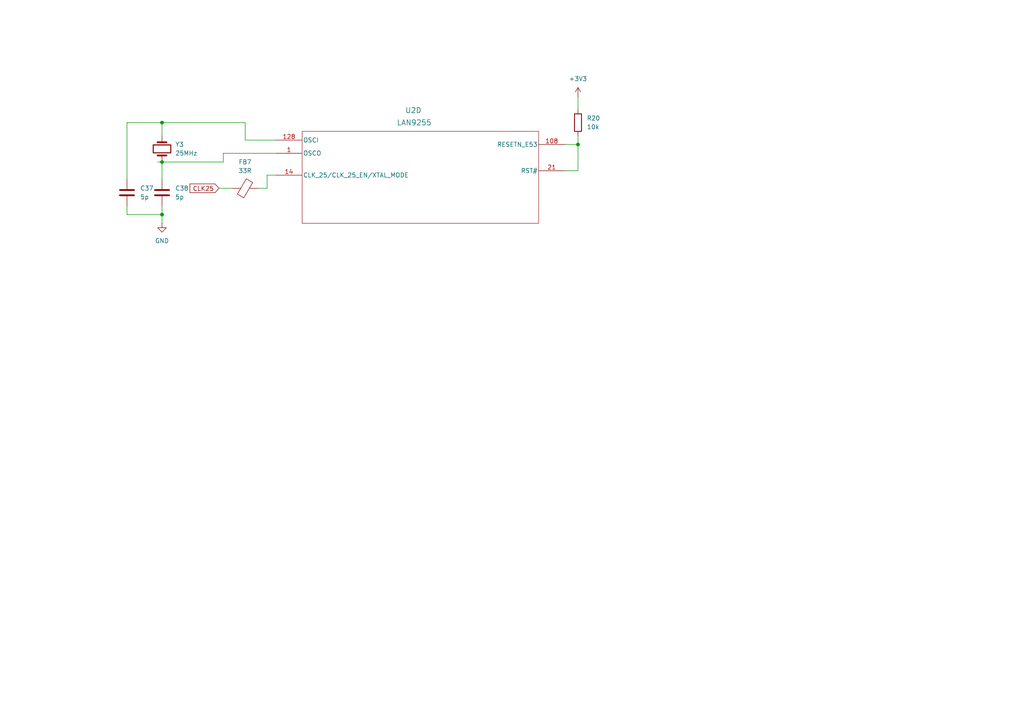
<source format=kicad_sch>
(kicad_sch (version 20231120) (generator "eeschema") (generator_version "8.0")
  (paper "A4")
  (lib_symbols
    (symbol "Device:C" (pin_numbers hide) (pin_names (offset 0.254))
      (property "Reference" "C" (at 0.635 2.54 0))
      (property "Value" "C" (at 0.635 -2.54 0))
      (symbol "C_0_1"
        (polyline (pts (xy -2.032 -0.762) (xy 2.032 -0.762)) (stroke (width 0.508)))
        (polyline (pts (xy -2.032 0.762) (xy 2.032 0.762)) (stroke (width 0.508)))
      )
      (symbol "C_1_1"
        (pin passive line (at 0 3.81 270) (length 2.794) (name "~") (number "1"))
        (pin passive line (at 0 -3.81 90) (length 2.794) (name "~") (number "2"))
      )
    )
    (symbol "Device:Crystal" (pin_numbers hide) (pin_names (offset 1.016) hide)
      (property "Reference" "Y" (at 0 3.81 0))
      (property "Value" "Crystal" (at 0 -3.81 0))
      (symbol "Crystal_0_1"
        (rectangle (start -1.143 2.54) (end 1.143 -2.54) (stroke (width 0.3048)))
        (polyline (pts (xy -2.54 0) (xy -1.905 0)))
        (polyline (pts (xy -1.905 -1.27) (xy -1.905 1.27)) (stroke (width 0.508)))
        (polyline (pts (xy 1.905 -1.27) (xy 1.905 1.27)) (stroke (width 0.508)))
        (polyline (pts (xy 2.54 0) (xy 1.905 0)))
      )
      (symbol "Crystal_1_1"
        (pin passive line (at -3.81 0 0) (length 1.27) (name "1") (number "1"))
        (pin passive line (at 3.81 0 180) (length 1.27) (name "2") (number "2"))
      )
    )
    (symbol "Device:FerriteBead" (pin_numbers hide) (pin_names (offset 0))
      (property "Reference" "FB" (at -3.81 0.635 90))
      (property "Value" "FerriteBead" (at 3.81 0 90))
      (symbol "FerriteBead_0_1"
        (polyline (pts (xy 0 -1.27) (xy 0 -1.2192)))
        (polyline (pts (xy 0 1.27) (xy 0 1.2954)))
        (polyline (pts (xy -2.7686 0.4064) (xy -1.7018 2.2606) (xy 2.7686 -0.3048) (xy 1.6764 -2.159) (xy -2.7686 0.4064)))
      )
      (symbol "FerriteBead_1_1"
        (pin passive line (at 0 3.81 270) (length 2.54) (name "~") (number "1"))
        (pin passive line (at 0 -3.81 90) (length 2.54) (name "~") (number "2"))
      )
    )
    (symbol "Device:R" (pin_numbers hide) (pin_names (offset 0))
      (property "Reference" "R" (at 2.032 0 90))
      (property "Value" "R" (at 0 0 90))
      (symbol "R_0_1"
        (rectangle (start -1.016 -2.54) (end 1.016 2.54) (stroke (width 0.254)))
      )
      (symbol "R_1_1"
        (pin passive line (at 0 3.81 270) (length 1.27) (name "~") (number "1"))
        (pin passive line (at 0 -3.81 90) (length 1.27) (name "~") (number "2"))
      )
    )
    (symbol "LAN9255_3" (pin_names (offset 0.254))
      (property "Reference" "U7" (at 48.006 -1.778 0))
      (property "Value" "LAN9255" (at 48.26 -5.334 0))
      (symbol "LAN9255_3_1_1"
        (rectangle (start 93.98 6.35) (end 160.02 -16.51))
        (pin bidirectional line (at 167.64 -10.16 180) (length 7.62) (name "WAIT_ACK/PME/LATCH0/EE_EMUL_SPI3") (number "18"))
        (pin bidirectional line (at 167.64 -2.54 180) (length 7.62) (name "D2/AD2/SOF/SIO2/EE_EMUL_SPI0") (number "24"))
        (pin bidirectional line (at 167.64 0 180) (length 7.62) (name "D1/AD1/EOF/SO/SIO1") (number "26"))
        (pin bidirectional line (at 167.64 2.54 180) (length 7.62) (name "D0/AD0/WD_STATE/SI/SIO0") (number "38"))
        (pin bidirectional line (at 167.64 -7.62 180) (length 7.62) (name "A1/ALELO/OE_EXT/MII_CLK25/EE_EMUL_SPI2") (number "53"))
        (pin bidirectional line (at 167.64 -5.08 180) (length 7.62) (name "D3/AD3/WE_TRIG/SIO3/EE_EMUL_SPI1") (number "71"))
      )
      (symbol "LAN9255_3_2_1"
        (rectangle (start 5.08 -7.62) (end 62.23 -25.4))
        (pin bidirectional line (at 69.85 -12.7 180) (length 7.62) (name "D5/AD5/OUTVALID/SCS#") (number "101"))
        (pin bidirectional line (at 69.85 -15.24 180) (length 7.62) (name "RBIAS") (number "111"))
        (pin bidirectional line (at -2.54 -12.7 0) (length 7.62) (name "SYNC1/LATCH1/PME") (number "39"))
        (pin bidirectional line (at -2.54 -15.24 0) (length 7.62) (name "D9/AD9/LATCH_IN/SCK") (number "41"))
        (pin unspecified line (at -2.54 -17.78 0) (length 7.62) (name "TESTMODE") (number "81"))
        (pin bidirectional line (at -2.54 -20.32 0) (length 7.62) (name "IRQ/LATCH1") (number "88"))
      )
      (symbol "LAN9255_3_3_1"
        (polyline (pts (xy 8.89 -97.79) (xy 63.5 -97.79)) (stroke (width 0.127)))
        (polyline (pts (xy 8.89 -6.35) (xy 8.89 -97.79)) (stroke (width 0.127)))
        (polyline (pts (xy 63.5 -6.35) (xy 8.89 -6.35)) (stroke (width 0.127)))
        (polyline (pts (xy 63.5 -6.35) (xy 63.5 -97.79)) (stroke (width 0.127)))
        (pin power_in line (at 1.27 -17.78 0) (length 7.62) (name "VDD33TXRX1") (number "102"))
        (pin power_in line (at 1.27 -85.09 0) (length 7.62) (name "VDDCORE") (number "109"))
        (pin power_in line (at 71.12 -45.72 180) (length 7.62) (name "VDD12TX1") (number "110"))
        (pin power_in line (at 1.27 -22.86 0) (length 7.62) (name "VDD33BIAS") (number "112"))
        (pin power_in line (at 71.12 -43.18 180) (length 7.62) (name "VDD12TX2") (number "113"))
        (pin power_in line (at 1.27 -82.55 0) (length 7.62) (name "VSW") (number "114"))
        (pin power_in line (at 1.27 -52.07 0) (length 7.62) (name "VDDIO_S") (number "117"))
        (pin power_in line (at 1.27 -38.1 0) (length 7.62) (name "VDDCR") (number "12"))
        (pin power_in line (at 1.27 -20.32 0) (length 7.62) (name "VDD33TXRX2") (number "124"))
        (pin unspecified line (at 1.27 -27.94 0) (length 7.62) (name "REG_EN") (number "13"))
        (pin power_out line (at 69.85 -83.82 180) (length 7.62) (name "GNDANA") (number "15"))
        (pin power_in line (at 69.85 -81.28 180) (length 7.62) (name "VDDANA") (number "16"))
        (pin power_in line (at 1.27 -73.66 0) (length 7.62) (name "VDDIO_J") (number "29"))
        (pin power_in line (at 1.27 -49.53 0) (length 7.62) (name "VDDIOB") (number "37"))
        (pin power_in line (at 71.12 -17.78 180) (length 7.62) hide (name "OSCVDD12") (number "4"))
        (pin power_in line (at 1.27 -63.5 0) (length 7.62) (name "VDDIO_J") (number "45"))
        (pin power_in line (at 1.27 -43.18 0) (length 7.62) (name "VDDCR") (number "52"))
        (pin power_out line (at 71.12 -15.24 180) (length 7.62) (name "OSCVSS") (number "6"))
        (pin power_in line (at 1.27 -66.04 0) (length 7.62) (name "VDDIO_J") (number "60"))
        (pin power_in line (at 1.27 -54.61 0) (length 7.62) (name "VDDIO_S") (number "65"))
        (pin power_in line (at 1.27 -15.24 0) (length 7.62) (name "VDD33") (number "7"))
        (pin power_in line (at 1.27 -68.58 0) (length 7.62) (name "VDDIO_J") (number "74"))
        (pin power_in line (at 1.27 -40.64 0) (length 7.62) (name "VDDCR") (number "76"))
        (pin power_in line (at 1.27 -71.12 0) (length 7.62) (name "VDDIO_J") (number "94"))
        (pin power_in line (at 1.27 -57.15 0) (length 7.62) (name "VDDIO_S") (number "97"))
        (pin power_out line (at 63.5 -66.04 180) (length 7.62) (name "VSS") (number "EPAD"))
      )
      (symbol "LAN9255_3_4_1"
        (polyline (pts (xy 7.62 -21.59) (xy 76.2 -21.59)) (stroke (width 0.127)))
        (polyline (pts (xy 7.62 5.08) (xy 7.62 -21.59)) (stroke (width 0.127)))
        (polyline (pts (xy 76.2 -21.59) (xy 76.2 5.08)) (stroke (width 0.127)))
        (polyline (pts (xy 76.2 5.08) (xy 7.62 5.08)) (stroke (width 0.127)))
        (pin output line (at 0 -1.27 0) (length 7.62) (name "OSCO") (number "1"))
        (pin unspecified line (at 83.82 1.27 180) (length 7.62) (name "RESETN_E53") (number "108"))
        (pin input line (at 0 2.54 0) (length 7.62) (name "OSCI") (number "128"))
        (pin bidirectional line (at 0 -7.62 0) (length 7.62) (name "CLK_25/CLK_25_EN/XTAL_MODE") (number "14"))
        (pin unspecified line (at 83.82 -6.35 180) (length 7.62) (name "RST#") (number "21"))
      )
      (symbol "LAN9255_3_5_1"
        (polyline (pts (xy 7.62 -17.78) (xy 29.21 -17.78)) (stroke (width 0.127)))
        (polyline (pts (xy 7.62 5.08) (xy 7.62 -17.78)) (stroke (width 0.127)))
        (polyline (pts (xy 29.21 -17.78) (xy 29.21 5.08)) (stroke (width 0.127)))
        (polyline (pts (xy 29.21 5.08) (xy 7.62 5.08)) (stroke (width 0.127)))
        (pin no_connect line (at 36.83 0 180) (length 7.62) (name "NC") (number "48"))
        (pin no_connect line (at 36.83 -7.62 180) (length 7.62) (name "NC") (number "75"))
        (pin no_connect line (at 36.83 -5.08 180) (length 7.62) (name "NC") (number "85"))
        (pin no_connect line (at 36.83 -2.54 180) (length 7.62) (name "NC") (number "86"))
      )
      (symbol "LAN9255_3_6_1"
        (rectangle (start 69.85 -5.08) (end 133.35 -78.74))
        (pin bidirectional line (at 140.97 -10.16 180) (length 7.62) (name "TXNA") (number "103"))
        (pin bidirectional line (at 140.97 -13.97 180) (length 7.62) (name "TXPA") (number "104"))
        (pin bidirectional line (at 140.97 -17.78 180) (length 7.62) (name "RXNA") (number "105"))
        (pin bidirectional line (at 140.97 -21.59 180) (length 7.62) (name "RXPA") (number "106"))
        (pin bidirectional line (at 140.97 -59.69 180) (length 7.62) (name "RXPB") (number "115"))
        (pin bidirectional line (at 140.97 -63.5 180) (length 7.62) (name "RXNB") (number "116"))
        (pin bidirectional line (at 140.97 -67.31 180) (length 7.62) (name "TXPB") (number "118"))
        (pin bidirectional line (at 140.97 -71.12 180) (length 7.62) (name "TXNB") (number "119"))
        (pin bidirectional line (at 62.23 -10.16 0) (length 7.62) (name "ERRLED/PME/100FD_B/LEDPOL4") (number "17"))
        (pin bidirectional line (at 62.23 -15.24 0) (length 7.62) (name "SYNC0/LATCH0/PME") (number "70"))
        (pin bidirectional line (at 62.23 -20.32 0) (length 7.62) (name "EESDA/TMS/EE_EMUL1") (number "82"))
        (pin bidirectional line (at 62.23 -25.4 0) (length 7.62) (name "EESCL/TCK/EE_EMUL2") (number "83"))
        (pin bidirectional line (at 62.23 -30.48 0) (length 7.62) (name "RUNLED/STATE_RUNLED/E2PSIZE/EE_EMUL0/LEDPOL3") (number "89"))
        (pin bidirectional line (at 62.23 -35.56 0) (length 7.62) (name "LINKACTLED1/TDI/CHIP_MODE1/LEDPOL1") (number "90"))
        (pin bidirectional line (at 62.23 -40.64 0) (length 7.62) (name "LINKACTLED0/TDO/CHIP_MODE0/LEDPOL0") (number "95"))
      )
      (symbol "LAN9255_3_7_1"
        (rectangle (start 64.77 7.62) (end 160.02 -60.96))
        (pin bidirectional line (at 167.64 -35.56 180) (length 7.62) (name "D4/AD4/DIGIO3/GPI3/GPO3/MII_LINK") (number "100"))
        (pin bidirectional line (at 167.64 -50.8 180) (length 7.62) (name "D14/AD14/DIGIO8/GPI8/GPO8/MII_TXD3/TX_SHIFT1") (number "31"))
        (pin bidirectional line (at 167.64 -48.26 180) (length 7.62) (name "D13/AD13/DIGIO7/GPI7/GPO7/MII_TXD2/TX_SHIFT0") (number "32"))
        (pin bidirectional line (at 167.64 -22.86 180) (length 7.62) (name "D12/AD12/DIGIO6/GPI6/GPO6/MII_TXD1/100FD_B") (number "49"))
        (pin bidirectional line (at 167.64 -20.32 180) (length 7.62) (name "D11/AD11/DIGIO5/GPI5/GPO5/MII_TXD0/100FD_A") (number "50"))
        (pin bidirectional line (at 167.64 -17.78 180) (length 7.62) (name "D10/AD10/DIGIO4/GPI4/GPO4/MII_TXEN") (number "51"))
        (pin bidirectional line (at 167.64 -10.16 180) (length 7.62) (name "A3/BE0/DIGIO11/GPI11/GPO11/MII_RXDV") (number "54"))
        (pin bidirectional line (at 167.64 -7.62 180) (length 7.62) (name "A4/BE1/DIGIO12/GPI12/GPO12/MII_RXD0") (number "55"))
        (pin bidirectional line (at 167.64 -5.08 180) (length 7.62) (name "CS/DIGIO13/GPI13/GPO13/MII_RXD1") (number "56"))
        (pin bidirectional line (at 167.64 -43.18 180) (length 7.62) (name "A2/ALEHI/DIGIO10/GPI10/GPO10/LINKACTLED2/EE_EMUL_ALELO_POL/MII_LINKPOL/LEDPOL2") (number "57"))
        (pin bidirectional line (at 167.64 0 180) (length 7.62) (name "WR/ENB/DIGIO14/GPI14/GPO14/MII_RXD2") (number "58"))
        (pin bidirectional line (at 167.64 2.54 180) (length 7.62) (name "RD/RD_WR/DIGIO15/GPI15/GPO15/MII_RXD3") (number "59"))
        (pin bidirectional line (at 167.64 -38.1 180) (length 7.62) (name "A0/D15/AD15/DIGIO9/GPI9/GPO9/MII_RXER") (number "66"))
        (pin bidirectional line (at 167.64 -27.94 180) (length 7.62) (name "D6/AD6/DIGIO0/GPI0/GPO0/MII_RXCLK") (number "72"))
        (pin bidirectional line (at 167.64 -30.48 180) (length 7.62) (name "D7/AD7/DIGIO1/GPI1/GPO1/MII_MDC") (number "78"))
        (pin bidirectional line (at 167.64 -33.02 180) (length 7.62) (name "D8/AD8/DIGIO2/GPI2/GPO2/MII_MDIO") (number "80"))
      )
      (symbol "LAN9255_3_8_1"
        (rectangle (start 118.11 6.35) (end 160.02 -78.74))
        (pin bidirectional line (at 167.64 -24.13 180) (length 7.62) (name "PA27") (number "107"))
        (pin bidirectional line (at 167.64 -29.21 180) (length 7.62) (name "PA30") (number "120"))
        (pin bidirectional line (at 167.64 -26.67 180) (length 7.62) (name "PA31") (number "121"))
        (pin bidirectional line (at 167.64 -60.96 180) (length 7.62) (name "PA04") (number "25"))
        (pin bidirectional line (at 167.64 -58.42 180) (length 7.62) (name "PA05") (number "27"))
        (pin bidirectional line (at 167.64 -55.88 180) (length 7.62) (name "PA06") (number "28"))
        (pin bidirectional line (at 167.64 -71.12 180) (length 7.62) (name "PA00") (number "3"))
        (pin bidirectional line (at 167.64 -53.34 180) (length 7.62) (name "PA07") (number "30"))
        (pin bidirectional line (at 167.64 -50.8 180) (length 7.62) (name "PA08") (number "33"))
        (pin bidirectional line (at 167.64 -48.26 180) (length 7.62) (name "PA09") (number "34"))
        (pin bidirectional line (at 167.64 -45.72 180) (length 7.62) (name "PA10") (number "35"))
        (pin bidirectional line (at 167.64 -43.18 180) (length 7.62) (name "PA11") (number "36"))
        (pin bidirectional line (at 167.64 -68.58 180) (length 7.62) (name "PA01") (number "5"))
        (pin bidirectional line (at 167.64 -40.64 180) (length 7.62) (name "PA12") (number "61"))
        (pin bidirectional line (at 167.64 -38.1 180) (length 7.62) (name "PA13") (number "62"))
        (pin bidirectional line (at 167.64 -35.56 180) (length 7.62) (name "PA14") (number "63"))
        (pin bidirectional line (at 167.64 -33.02 180) (length 7.62) (name "PA15") (number "64"))
        (pin bidirectional line (at 167.64 0 180) (length 7.62) (name "PA16") (number "67"))
        (pin bidirectional line (at 167.64 -2.54 180) (length 7.62) (name "PA17") (number "68"))
        (pin bidirectional line (at 167.64 -5.08 180) (length 7.62) (name "PA18") (number "69"))
        (pin bidirectional line (at 167.64 -7.62 180) (length 7.62) (name "PA19") (number "73"))
        (pin bidirectional line (at 167.64 -66.04 180) (length 7.62) (name "PA02") (number "8"))
        (pin bidirectional line (at 167.64 -10.16 180) (length 7.62) (name "PA20") (number "84"))
        (pin bidirectional line (at 167.64 -12.7 180) (length 7.62) (name "PA21") (number "87"))
        (pin bidirectional line (at 167.64 -63.5 180) (length 7.62) (name "PA03") (number "9"))
        (pin bidirectional line (at 167.64 -15.24 180) (length 7.62) (name "PA22") (number "91"))
        (pin bidirectional line (at 167.64 -17.78 180) (length 7.62) (name "PA23") (number "92"))
        (pin bidirectional line (at 167.64 -20.32 180) (length 7.62) (name "PA24") (number "93"))
        (pin bidirectional line (at 167.64 2.54 180) (length 7.62) (name "PA25") (number "96"))
      )
      (symbol "LAN9255_3_9_1"
        (rectangle (start 107.95 6.35) (end 160.02 -71.12))
        (pin bidirectional line (at 167.64 -1.27 180) (length 7.62) (name "PB04") (number "10"))
        (pin bidirectional line (at 167.64 -3.81 180) (length 7.62) (name "PB05") (number "11"))
        (pin bidirectional line (at 167.64 -35.56 180) (length 7.62) (name "PB30") (number "122"))
        (pin bidirectional line (at 167.64 -33.02 180) (length 7.62) (name "PB31") (number "123"))
        (pin bidirectional line (at 167.64 -60.96 180) (length 7.62) (name "PB00") (number "125"))
        (pin bidirectional line (at 167.64 -58.42 180) (length 7.62) (name "PB01") (number "126"))
        (pin bidirectional line (at 167.64 -55.88 180) (length 7.62) (name "PB02") (number "127"))
        (pin bidirectional line (at 167.64 -6.35 180) (length 7.62) (name "PB06") (number "19"))
        (pin bidirectional line (at 167.64 1.27 180) (length 7.62) (name "PB03") (number "2"))
        (pin bidirectional line (at 167.64 -8.89 180) (length 7.62) (name "PB07") (number "20"))
        (pin bidirectional line (at 167.64 -11.43 180) (length 7.62) (name "PB08") (number "22"))
        (pin bidirectional line (at 167.64 -13.97 180) (length 7.62) (name "PB09") (number "23"))
        (pin bidirectional line (at 167.64 -16.51 180) (length 7.62) (name "PB10") (number "40"))
        (pin bidirectional line (at 167.64 -19.05 180) (length 7.62) (name "PB11") (number "42"))
        (pin bidirectional line (at 167.64 -21.59 180) (length 7.62) (name "PB12") (number "43"))
        (pin bidirectional line (at 167.64 -24.13 180) (length 7.62) (name "PB13") (number "44"))
        (pin bidirectional line (at 167.64 -26.67 180) (length 7.62) (name "PB14") (number "46"))
        (pin bidirectional line (at 167.64 -29.21 180) (length 7.62) (name "PB15") (number "47"))
        (pin bidirectional line (at 167.64 -48.26 180) (length 7.62) (name "PB16") (number "77"))
        (pin bidirectional line (at 167.64 -45.72 180) (length 7.62) (name "PB17") (number "79"))
        (pin bidirectional line (at 167.64 -43.18 180) (length 7.62) (name "PB22") (number "98"))
        (pin bidirectional line (at 167.64 -40.64 180) (length 7.62) (name "PB23") (number "99"))
      )
    )
    (symbol "power:+3V3" (power) (pin_numbers hide) (pin_names (offset 0) hide)
      (property "Value" "+3V3" (at 0 3.556 0))
      (symbol "+3V3_0_1"
        (polyline (pts (xy -0.762 1.27) (xy 0 2.54)))
        (polyline (pts (xy 0 0) (xy 0 2.54)))
        (polyline (pts (xy 0 2.54) (xy 0.762 1.27)))
      )
      (symbol "+3V3_1_1"
        (pin power_in line (at 0 0 90) (length 0) (name "~") (number "1"))
      )
    )
    (symbol "power:GND" (power) (pin_numbers hide) (pin_names (offset 0) hide)
      (property "Value" "GND" (at 0 -3.81 0))
      (symbol "GND_0_1"
        (polyline (pts (xy 0 0) (xy 0 -1.27) (xy 1.27 -1.27) (xy 0 -2.54) (xy -1.27 -1.27) (xy 0 -1.27)))
      )
      (symbol "GND_1_1"
        (pin power_in line (at 0 0 270) (length 0) (name "~") (number "1"))
      )
    )
  )
  (junction (at 167.64 41.91))
  (junction (at 46.99 35.56))
  (junction (at 46.99 46.99))
  (junction (at 46.99 62.23))
  (wire (pts (xy 64.77 46.99) (xy 46.99 46.99)))
  (wire (pts (xy 80.01 40.64) (xy 71.12 40.64)))
  (wire (pts (xy 46.99 46.99) (xy 45.72 46.99)))
  (wire (pts (xy 46.99 46.99) (xy 46.99 52.07)))
  (wire (pts (xy 163.83 41.91) (xy 167.64 41.91)))
  (wire (pts (xy 36.83 59.69) (xy 36.83 62.23)))
  (wire (pts (xy 63.5 54.61) (xy 67.31 54.61)))
  (wire (pts (xy 36.83 52.07) (xy 36.83 35.56)))
  (wire (pts (xy 167.64 39.37) (xy 167.64 41.91)))
  (wire (pts (xy 167.64 27.94) (xy 167.64 31.75)))
  (wire (pts (xy 71.12 35.56) (xy 46.99 35.56)))
  (wire (pts (xy 46.99 35.56) (xy 46.99 39.37)))
  (wire (pts (xy 46.99 59.69) (xy 46.99 62.23)))
  (wire (pts (xy 64.77 44.45) (xy 64.77 46.99)))
  (wire (pts (xy 64.77 44.45) (xy 80.01 44.45)))
  (wire (pts (xy 167.64 41.91) (xy 167.64 49.53)))
  (wire (pts (xy 77.47 54.61) (xy 74.93 54.61)))
  (wire (pts (xy 163.83 49.53) (xy 167.64 49.53)))
  (wire (pts (xy 80.01 50.8) (xy 77.47 50.8)))
  (wire (pts (xy 36.83 62.23) (xy 46.99 62.23)))
  (wire (pts (xy 46.99 62.23) (xy 46.99 64.77)))
  (wire (pts (xy 36.83 35.56) (xy 46.99 35.56)))
  (wire (pts (xy 71.12 40.64) (xy 71.12 35.56)))
  (wire (pts (xy 77.47 50.8) (xy 77.47 54.61)))
  (global_label "CLK25" (shape input) (at 63.5 54.61 180) (property "Intersheetrefs" "${INTERSHEET_REFS}" (effects (hide yes))))
  (symbol (lib_id "power:+3V3") (at 167.64 27.94 0) (unit 1)
    (property "Reference" "#PWR039" (effects (hide yes)))
    (property "Value" "+3V3" (at 167.64 22.86 0))
    (property "Description" "Power symbol creates a global label with name \"+3V3\"" (effects (hide yes)))
  )
  (symbol (lib_id "Device:FerriteBead") (at 71.12 54.61 90) (unit 1)
    (property "Reference" "FB7" (at 71.0692 46.99 90))
    (property "Value" "33R" (at 71.0692 49.53 90))
    (property "Footprint" "Ferrite_THT:LairdTech_28C0236-0JW-10" (effects (hide yes)))
    (property "Description" "Ferrite bead" (effects (hide yes)))
  )
  (symbol (lib_id "Device:R") (at 167.64 35.56 0) (unit 1)
    (property "Reference" "R20" (at 170.18 34.2899 0) (effects (justify left)))
    (property "Value" "10k" (at 170.18 36.8299 0) (effects (justify left)))
    (property "Footprint" "Resistor_SMD:R_0805_2012Metric" (effects (hide yes)))
    (property "Description" "Resistor" (effects (hide yes)))
  )
  (symbol (lib_id "Device:Crystal") (at 46.99 43.18 90) (unit 1)
    (property "Reference" "Y3" (at 50.8 41.9099 90) (effects (justify right)))
    (property "Value" "25MHz" (at 50.8 44.4499 90) (effects (justify right)))
    (property "Footprint" "Crystal:Crystal_AT310_D3.0mm_L10.0mm_Horizontal" (effects (hide yes)))
    (property "Description" "Two pin crystal" (effects (hide yes)))
  )
  (symbol (lib_id "power:GND") (at 46.99 64.77 0) (unit 1)
    (property "Reference" "#PWR030" (effects (hide yes)))
    (property "Value" "GND" (at 46.99 69.85 0))
    (property "Description" "Power symbol creates a global label with name \"GND\" , ground" (effects (hide yes)))
  )
  (symbol (lib_id "Device:C") (at 46.99 55.88 0) (unit 1)
    (property "Reference" "C38" (at 50.8 54.6099 0) (effects (justify left)))
    (property "Value" "5p" (at 50.8 57.1499 0) (effects (justify left)))
    (property "Footprint" "Capacitor_SMD:C_0805_2012Metric" (effects (hide yes)))
    (property "Description" "Unpolarized capacitor" (effects (hide yes)))
  )
  (symbol (lib_id "Device:C") (at 36.83 55.88 0) (unit 1)
    (property "Reference" "C37" (at 40.64 54.6099 0) (effects (justify left)))
    (property "Value" "5p" (at 40.64 57.1499 0) (effects (justify left)))
    (property "Footprint" "Capacitor_SMD:C_0805_2012Metric" (effects (hide yes)))
    (property "Description" "Unpolarized capacitor" (effects (hide yes)))
  )
  (symbol (lib_name "LAN9255_3") (lib_id "LAN9255:LAN9255") (at 80.01 43.18 0) (unit 4)
    (property "Reference" "U2" (at 119.888 32.004 0) (effects (font (size 1.524 1.524))))
    (property "Value" "LAN9255" (at 120.142 35.56 0) (effects (font (size 1.524 1.524))))
    (property "Footprint" "LAN9255:128-TQFP_9.0EPAD_MCH" (effects (hide yes)))
    (property "Datasheet" "LAN9255" (effects (hide yes)))
  )
)
</source>
